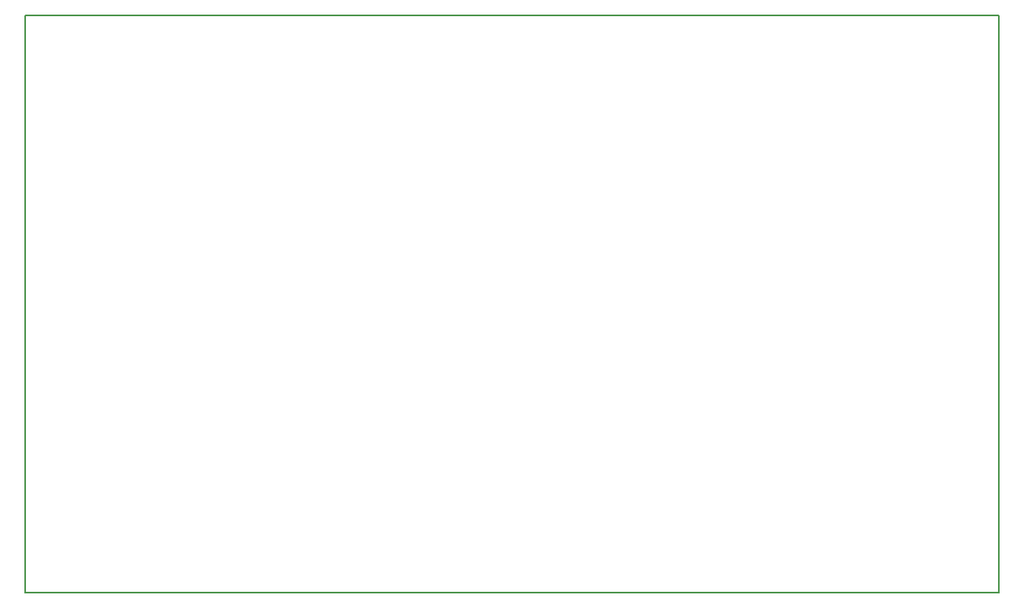
<source format=gm1>
%TF.GenerationSoftware,KiCad,Pcbnew,(5.0.0)*%
%TF.CreationDate,2018-08-21T09:09:44-07:00*%
%TF.ProjectId,RAMPS_1-41,52414D50535F312D34312E6B69636164,rev?*%
%TF.SameCoordinates,Original*%
%TF.FileFunction,Profile,NP*%
%FSLAX46Y46*%
G04 Gerber Fmt 4.6, Leading zero omitted, Abs format (unit mm)*
G04 Created by KiCad (PCBNEW (5.0.0)) date 08/21/18 09:09:44*
%MOMM*%
%LPD*%
G01*
G04 APERTURE LIST*
%ADD10C,0.150000*%
G04 APERTURE END LIST*
D10*
X199294850Y-135161100D02*
X199294850Y-74846100D01*
X199294850Y-74846100D02*
X97707350Y-74846100D01*
X97707350Y-74846100D02*
X97707350Y-135161100D01*
X199294850Y-135161100D02*
X97707350Y-135161100D01*
M02*

</source>
